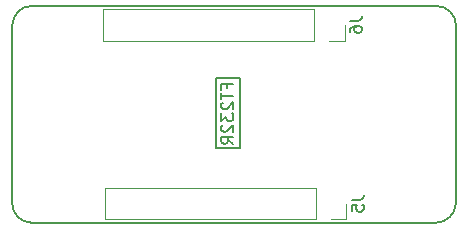
<source format=gbr>
%TF.GenerationSoftware,KiCad,Pcbnew,(6.0.6)*%
%TF.CreationDate,2022-08-14T20:34:25+01:00*%
%TF.ProjectId,FTDI MCU programmer,46544449-204d-4435-9520-70726f677261,REV1.0*%
%TF.SameCoordinates,Original*%
%TF.FileFunction,Legend,Bot*%
%TF.FilePolarity,Positive*%
%FSLAX46Y46*%
G04 Gerber Fmt 4.6, Leading zero omitted, Abs format (unit mm)*
G04 Created by KiCad (PCBNEW (6.0.6)) date 2022-08-14 20:34:25*
%MOMM*%
%LPD*%
G01*
G04 APERTURE LIST*
%ADD10C,0.150000*%
%ADD11C,0.180000*%
%ADD12C,0.120000*%
G04 APERTURE END LIST*
D10*
X142325000Y-55775000D02*
X144325000Y-55775000D01*
X144325000Y-55775000D02*
X144325000Y-61750000D01*
X144325000Y-61750000D02*
X142325000Y-61750000D01*
X142325000Y-61750000D02*
X142325000Y-55775000D01*
X160959995Y-68056494D02*
G75*
G03*
X162610995Y-66430649I-295J1651494D01*
G01*
X162636395Y-51358800D02*
X162610995Y-66430649D01*
X126669995Y-68056444D02*
X160959995Y-68056444D01*
X162636400Y-51358800D02*
G75*
G03*
X161010600Y-49707800I-1651500J-300D01*
G01*
X126720600Y-49707800D02*
G75*
G03*
X125069600Y-51333595I300J-1651500D01*
G01*
X126720600Y-49707800D02*
X161010600Y-49707800D01*
X125069600Y-51333595D02*
X125044200Y-66405444D01*
X125044256Y-66405444D02*
G75*
G03*
X126669995Y-68056444I1651444J244D01*
G01*
D11*
X143253571Y-56658333D02*
X143253571Y-56325000D01*
X143777380Y-56325000D02*
X142777380Y-56325000D01*
X142777380Y-56801190D01*
X142777380Y-57039285D02*
X142777380Y-57610714D01*
X143777380Y-57325000D02*
X142777380Y-57325000D01*
X142872619Y-57896428D02*
X142825000Y-57944047D01*
X142777380Y-58039285D01*
X142777380Y-58277380D01*
X142825000Y-58372619D01*
X142872619Y-58420238D01*
X142967857Y-58467857D01*
X143063095Y-58467857D01*
X143205952Y-58420238D01*
X143777380Y-57848809D01*
X143777380Y-58467857D01*
X142777380Y-58801190D02*
X142777380Y-59420238D01*
X143158333Y-59086904D01*
X143158333Y-59229761D01*
X143205952Y-59325000D01*
X143253571Y-59372619D01*
X143348809Y-59420238D01*
X143586904Y-59420238D01*
X143682142Y-59372619D01*
X143729761Y-59325000D01*
X143777380Y-59229761D01*
X143777380Y-58944047D01*
X143729761Y-58848809D01*
X143682142Y-58801190D01*
X142872619Y-59801190D02*
X142825000Y-59848809D01*
X142777380Y-59944047D01*
X142777380Y-60182142D01*
X142825000Y-60277380D01*
X142872619Y-60325000D01*
X142967857Y-60372619D01*
X143063095Y-60372619D01*
X143205952Y-60325000D01*
X143777380Y-59753571D01*
X143777380Y-60372619D01*
X143777380Y-61372619D02*
X143301190Y-61039285D01*
X143777380Y-60801190D02*
X142777380Y-60801190D01*
X142777380Y-61182142D01*
X142825000Y-61277380D01*
X142872619Y-61325000D01*
X142967857Y-61372619D01*
X143110714Y-61372619D01*
X143205952Y-61325000D01*
X143253571Y-61277380D01*
X143301190Y-61182142D01*
X143301190Y-60801190D01*
D10*
%TO.C,J5*%
X153811780Y-66113066D02*
X154526066Y-66113066D01*
X154668923Y-66065447D01*
X154764161Y-65970209D01*
X154811780Y-65827352D01*
X154811780Y-65732114D01*
X153811780Y-67065447D02*
X153811780Y-66589257D01*
X154287971Y-66541638D01*
X154240352Y-66589257D01*
X154192733Y-66684495D01*
X154192733Y-66922590D01*
X154240352Y-67017828D01*
X154287971Y-67065447D01*
X154383209Y-67113066D01*
X154621304Y-67113066D01*
X154716542Y-67065447D01*
X154764161Y-67017828D01*
X154811780Y-66922590D01*
X154811780Y-66684495D01*
X154764161Y-66589257D01*
X154716542Y-66541638D01*
%TO.C,J6*%
X153648980Y-50974666D02*
X154363266Y-50974666D01*
X154506123Y-50927047D01*
X154601361Y-50831809D01*
X154648980Y-50688952D01*
X154648980Y-50593714D01*
X153648980Y-51879428D02*
X153648980Y-51688952D01*
X153696600Y-51593714D01*
X153744219Y-51546095D01*
X153887076Y-51450857D01*
X154077552Y-51403238D01*
X154458504Y-51403238D01*
X154553742Y-51450857D01*
X154601361Y-51498476D01*
X154648980Y-51593714D01*
X154648980Y-51784190D01*
X154601361Y-51879428D01*
X154553742Y-51927047D01*
X154458504Y-51974666D01*
X154220409Y-51974666D01*
X154125171Y-51927047D01*
X154077552Y-51879428D01*
X154029933Y-51784190D01*
X154029933Y-51593714D01*
X154077552Y-51498476D01*
X154125171Y-51450857D01*
X154220409Y-51403238D01*
D12*
%TO.C,J5*%
X150759400Y-67776400D02*
X150759400Y-65116400D01*
X132919400Y-67776400D02*
X132919400Y-65116400D01*
X153359400Y-67776400D02*
X153359400Y-66446400D01*
X150759400Y-65116400D02*
X132919400Y-65116400D01*
X150759400Y-67776400D02*
X132919400Y-67776400D01*
X152029400Y-67776400D02*
X153359400Y-67776400D01*
%TO.C,J6*%
X150596600Y-52638000D02*
X132756600Y-52638000D01*
X150596600Y-52638000D02*
X150596600Y-49978000D01*
X132756600Y-52638000D02*
X132756600Y-49978000D01*
X151866600Y-52638000D02*
X153196600Y-52638000D01*
X150596600Y-49978000D02*
X132756600Y-49978000D01*
X153196600Y-52638000D02*
X153196600Y-51308000D01*
%TD*%
M02*

</source>
